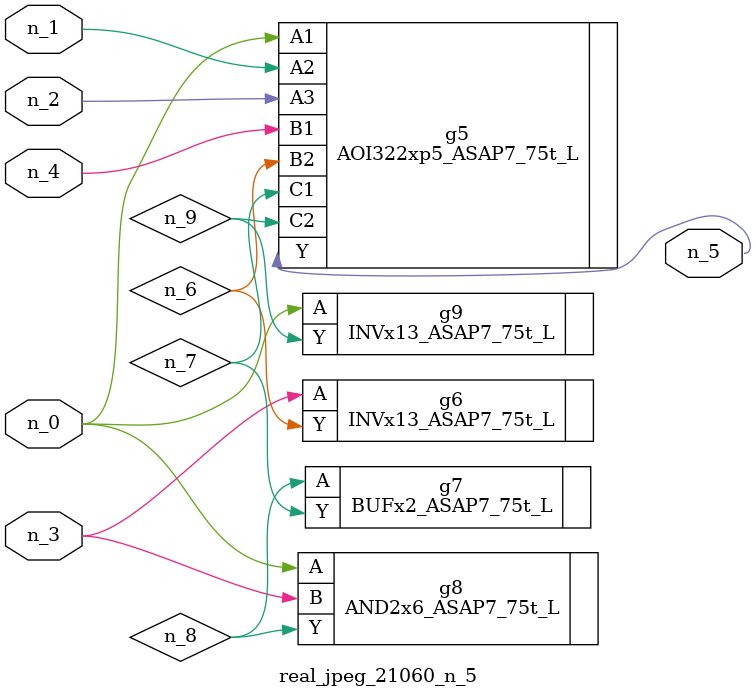
<source format=v>
module real_jpeg_21060_n_5 (n_4, n_0, n_1, n_2, n_3, n_5);

input n_4;
input n_0;
input n_1;
input n_2;
input n_3;

output n_5;

wire n_8;
wire n_6;
wire n_7;
wire n_9;

AOI322xp5_ASAP7_75t_L g5 ( 
.A1(n_0),
.A2(n_1),
.A3(n_2),
.B1(n_4),
.B2(n_6),
.C1(n_7),
.C2(n_9),
.Y(n_5)
);

AND2x6_ASAP7_75t_L g8 ( 
.A(n_0),
.B(n_3),
.Y(n_8)
);

INVx13_ASAP7_75t_L g9 ( 
.A(n_0),
.Y(n_9)
);

INVx13_ASAP7_75t_L g6 ( 
.A(n_3),
.Y(n_6)
);

BUFx2_ASAP7_75t_L g7 ( 
.A(n_8),
.Y(n_7)
);


endmodule
</source>
